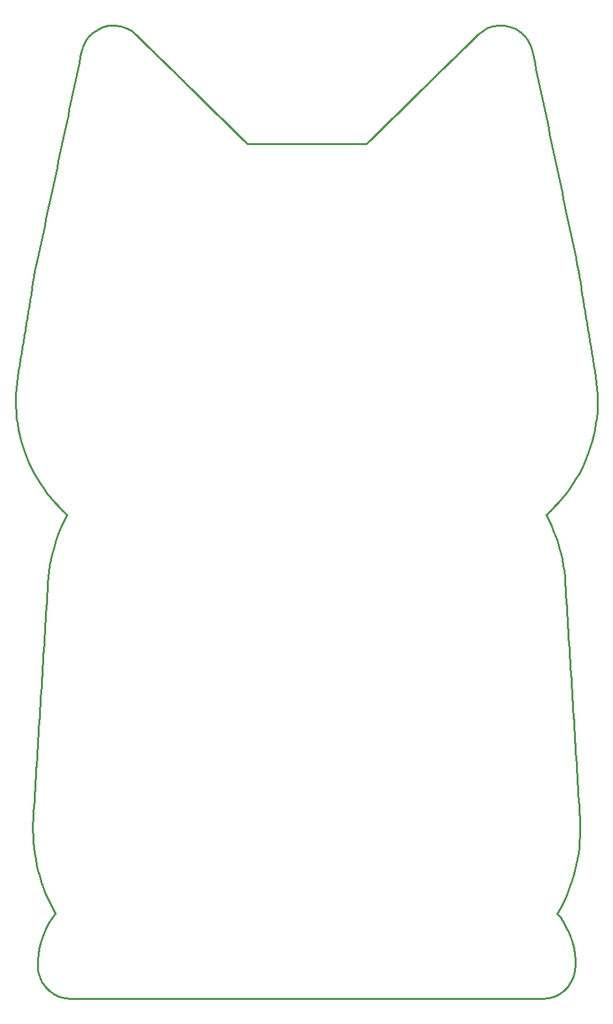
<source format=gbr>
G04 EAGLE Gerber X2 export*
%TF.Part,Single*%
%TF.FileFunction,Profile,NP*%
%TF.FilePolarity,Positive*%
%TF.GenerationSoftware,Autodesk,EAGLE,9.0.1*%
%TF.CreationDate,2018-06-26T08:14:36Z*%
G75*
%MOIN*%
%FSLAX34Y34*%
%LPD*%
%AMOC8*
5,1,8,0,0,1.08239X$1,22.5*%
G01*
%ADD10C,0.010000*%


D10*
X0Y30805D02*
X4Y30504D01*
X20Y30203D01*
X47Y29903D01*
X86Y29604D01*
X137Y29306D01*
X200Y29011D01*
X274Y28719D01*
X359Y28430D01*
X456Y28144D01*
X563Y27863D01*
X682Y27585D01*
X811Y27313D01*
X951Y27046D01*
X1101Y26784D01*
X1261Y26528D01*
X1430Y26279D01*
X1609Y26036D01*
X1797Y25801D01*
X1994Y25573D01*
X2200Y25352D01*
X2414Y25140D01*
X2636Y24936D01*
X2497Y24661D01*
X2368Y24383D01*
X2248Y24099D01*
X2139Y23812D01*
X2040Y23521D01*
X1952Y23226D01*
X1874Y22929D01*
X1807Y22629D01*
X1750Y22327D01*
X1704Y22023D01*
X1669Y21718D01*
X1644Y21412D01*
X1625Y21103D01*
X1606Y20794D01*
X1587Y20485D01*
X1567Y20176D01*
X1548Y19868D01*
X1529Y19559D01*
X1510Y19250D01*
X1491Y18941D01*
X1472Y18633D01*
X1452Y18324D01*
X1433Y18015D01*
X1414Y17706D01*
X1395Y17397D01*
X1376Y17089D01*
X1357Y16780D01*
X1337Y16471D01*
X1318Y16162D01*
X1299Y15854D01*
X1280Y15545D01*
X1261Y15236D01*
X1241Y14927D01*
X1222Y14619D01*
X1203Y14310D01*
X1184Y14001D01*
X1165Y13692D01*
X1146Y13384D01*
X1126Y13075D01*
X1107Y12766D01*
X1088Y12457D01*
X1069Y12149D01*
X1050Y11840D01*
X1031Y11531D01*
X1011Y11222D01*
X992Y10913D01*
X973Y10605D01*
X954Y10296D01*
X935Y9987D01*
X916Y9678D01*
X896Y9370D01*
X883Y9071D01*
X880Y8773D01*
X888Y8474D01*
X905Y8176D01*
X933Y7879D01*
X970Y7583D01*
X1018Y7288D01*
X1076Y6995D01*
X1144Y6705D01*
X1222Y6416D01*
X1310Y6131D01*
X1408Y5849D01*
X1515Y5571D01*
X1632Y5296D01*
X1759Y5025D01*
X1894Y4759D01*
X2039Y4498D01*
X1869Y4268D01*
X1716Y4026D01*
X1578Y3776D01*
X1458Y3516D01*
X1355Y3249D01*
X1270Y2976D01*
X1204Y2698D01*
X1157Y2416D01*
X1129Y2131D01*
X1119Y1845D01*
X1145Y1547D01*
X1221Y1257D01*
X1347Y985D01*
X1519Y739D01*
X1731Y527D01*
X1977Y355D01*
X2249Y229D01*
X2538Y153D01*
X2837Y127D01*
X27001Y127D01*
X27298Y153D01*
X27587Y231D01*
X27857Y358D01*
X28102Y529D01*
X28313Y741D01*
X28483Y986D01*
X28608Y1258D01*
X28682Y1547D01*
X28703Y1845D01*
X28694Y2131D01*
X28665Y2416D01*
X28618Y2698D01*
X28552Y2976D01*
X28467Y3249D01*
X28364Y3516D01*
X28244Y3776D01*
X28106Y4026D01*
X27953Y4268D01*
X27783Y4498D01*
X27928Y4759D01*
X28063Y5025D01*
X28190Y5296D01*
X28307Y5571D01*
X28414Y5849D01*
X28512Y6131D01*
X28600Y6416D01*
X28678Y6705D01*
X28746Y6995D01*
X28804Y7288D01*
X28852Y7583D01*
X28889Y7879D01*
X28917Y8176D01*
X28934Y8474D01*
X28941Y8773D01*
X28939Y9071D01*
X28926Y9370D01*
X28906Y9678D01*
X28887Y9987D01*
X28868Y10296D01*
X28849Y10605D01*
X28830Y10913D01*
X28811Y11222D01*
X28791Y11531D01*
X28772Y11840D01*
X28753Y12148D01*
X28734Y12457D01*
X28715Y12766D01*
X28696Y13075D01*
X28676Y13384D01*
X28657Y13692D01*
X28638Y14001D01*
X28619Y14310D01*
X28600Y14619D01*
X28580Y14927D01*
X28561Y15236D01*
X28542Y15545D01*
X28523Y15854D01*
X28504Y16162D01*
X28485Y16471D01*
X28465Y16780D01*
X28446Y17089D01*
X28427Y17397D01*
X28408Y17706D01*
X28389Y18015D01*
X28370Y18324D01*
X28350Y18633D01*
X28331Y18941D01*
X28312Y19250D01*
X28293Y19559D01*
X28274Y19868D01*
X28255Y20176D01*
X28235Y20485D01*
X28216Y20794D01*
X28197Y21103D01*
X28178Y21412D01*
X28154Y21717D01*
X28120Y22022D01*
X28075Y22326D01*
X28020Y22628D01*
X27953Y22927D01*
X27876Y23224D01*
X27789Y23518D01*
X27691Y23809D01*
X27583Y24096D01*
X27464Y24379D01*
X27336Y24658D01*
X27198Y24932D01*
X27420Y25136D01*
X27634Y25349D01*
X27840Y25569D01*
X28038Y25797D01*
X28226Y26033D01*
X28405Y26276D01*
X28575Y26525D01*
X28735Y26781D01*
X28885Y27043D01*
X29025Y27310D01*
X29155Y27583D01*
X29273Y27860D01*
X29381Y28142D01*
X29478Y28427D01*
X29564Y28717D01*
X29638Y29009D01*
X29700Y29304D01*
X29751Y29602D01*
X29791Y29901D01*
X29818Y30202D01*
X29834Y30503D01*
X29838Y30805D01*
X29830Y31106D01*
X29810Y31407D01*
X29779Y31707D01*
X29737Y32006D01*
X29688Y32307D01*
X29639Y32608D01*
X29590Y32910D01*
X29541Y33211D01*
X29492Y33512D01*
X29443Y33813D01*
X29394Y34114D01*
X29345Y34415D01*
X29296Y34716D01*
X29247Y35018D01*
X29198Y35319D01*
X29149Y35620D01*
X29100Y35921D01*
X29051Y36222D01*
X29002Y36524D01*
X28953Y36825D01*
X28904Y37126D01*
X28906Y37132D01*
X28866Y37394D01*
X28807Y37676D01*
X28784Y37786D01*
X28720Y38089D01*
X28656Y38391D01*
X28593Y38694D01*
X28529Y38996D01*
X28465Y39299D01*
X28402Y39602D01*
X28338Y39904D01*
X28274Y40207D01*
X28211Y40509D01*
X28147Y40812D01*
X28083Y41114D01*
X28020Y41417D01*
X27956Y41719D01*
X27892Y42022D01*
X27829Y42324D01*
X27765Y42627D01*
X27701Y42929D01*
X27638Y43232D01*
X27574Y43534D01*
X27510Y43837D01*
X27447Y44139D01*
X27383Y44442D01*
X27319Y44744D01*
X27256Y45047D01*
X27192Y45349D01*
X27128Y45652D01*
X27065Y45955D01*
X27001Y46257D01*
X26937Y46559D01*
X26874Y46862D01*
X26810Y47165D01*
X26746Y47467D01*
X26683Y47770D01*
X26619Y48072D01*
X26555Y48375D01*
X26492Y48677D01*
X26406Y48962D01*
X26271Y49226D01*
X26091Y49462D01*
X25870Y49661D01*
X25618Y49818D01*
X25342Y49928D01*
X25051Y49988D01*
X24754Y49997D01*
X24460Y49953D01*
X24179Y49856D01*
X23921Y49710D01*
X23692Y49520D01*
X23472Y49305D01*
X23253Y49090D01*
X23033Y48874D01*
X22813Y48659D01*
X22594Y48443D01*
X22374Y48228D01*
X22154Y48013D01*
X21935Y47797D01*
X21715Y47582D01*
X21495Y47367D01*
X21276Y47151D01*
X21056Y46936D01*
X20836Y46720D01*
X20617Y46505D01*
X20397Y46290D01*
X20178Y46074D01*
X19958Y45859D01*
X19738Y45644D01*
X19519Y45428D01*
X19299Y45213D01*
X19079Y44998D01*
X18860Y44782D01*
X18640Y44567D01*
X18421Y44352D01*
X18201Y44136D01*
X17981Y43921D01*
X11889Y43921D01*
X11669Y44136D01*
X11449Y44352D01*
X11230Y44567D01*
X11010Y44782D01*
X10790Y44998D01*
X10571Y45213D01*
X10351Y45429D01*
X10131Y45644D01*
X9912Y45859D01*
X9692Y46075D01*
X9472Y46290D01*
X9253Y46505D01*
X9033Y46721D01*
X8813Y46936D01*
X8594Y47151D01*
X8374Y47367D01*
X8155Y47582D01*
X7935Y47797D01*
X7715Y48013D01*
X7496Y48228D01*
X7276Y48443D01*
X7056Y48659D01*
X6837Y48874D01*
X6617Y49089D01*
X6397Y49305D01*
X6178Y49520D01*
X5937Y49718D01*
X5664Y49867D01*
X5368Y49962D01*
X5059Y49999D01*
X4769Y49982D01*
X4487Y49915D01*
X4220Y49802D01*
X3977Y49644D01*
X3765Y49447D01*
X3591Y49214D01*
X3461Y48955D01*
X3378Y48677D01*
X3315Y48380D01*
X3252Y48082D01*
X3189Y47785D01*
X3126Y47487D01*
X3063Y47190D01*
X3000Y46893D01*
X2937Y46595D01*
X2874Y46298D01*
X2811Y46000D01*
X2748Y45703D01*
X2685Y45405D01*
X2622Y45108D01*
X2559Y44811D01*
X2496Y44513D01*
X2433Y44216D01*
X2370Y43918D01*
X2307Y43621D01*
X2244Y43323D01*
X2181Y43026D01*
X2118Y42728D01*
X2055Y42431D01*
X1992Y42133D01*
X1929Y41836D01*
X1866Y41539D01*
X1803Y41241D01*
X1740Y40944D01*
X1677Y40646D01*
X1614Y40349D01*
X1551Y40051D01*
X1488Y39754D01*
X1425Y39457D01*
X1362Y39159D01*
X1299Y38862D01*
X1236Y38564D01*
X1173Y38267D01*
X1096Y37975D01*
X1030Y37680D01*
X976Y37383D01*
X944Y37186D01*
X928Y37112D01*
X932Y37115D01*
X884Y36814D01*
X835Y36514D01*
X786Y36213D01*
X737Y35913D01*
X688Y35612D01*
X639Y35312D01*
X590Y35011D01*
X541Y34711D01*
X492Y34410D01*
X443Y34110D01*
X395Y33809D01*
X346Y33509D01*
X297Y33208D01*
X248Y32907D01*
X199Y32607D01*
X150Y32306D01*
X101Y32006D01*
X59Y31708D01*
X28Y31408D01*
X8Y31107D01*
X0Y30805D01*
M02*

</source>
